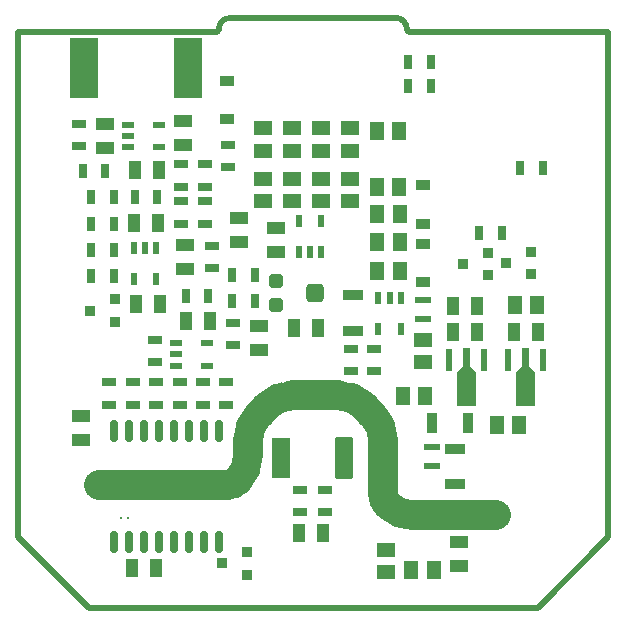
<source format=gtp>
G04*
G04 #@! TF.GenerationSoftware,Altium Limited,CircuitStudio,1.5.2 (1.5.2.30)*
G04*
G04 Layer_Color=7318015*
%FSLAX44Y44*%
%MOMM*%
G71*
G01*
G75*
%ADD10R,0.7000X1.3000*%
G04:AMPARAMS|DCode=11|XSize=0.6mm|YSize=1.9mm|CornerRadius=0.15mm|HoleSize=0mm|Usage=FLASHONLY|Rotation=180.000|XOffset=0mm|YOffset=0mm|HoleType=Round|Shape=RoundedRectangle|*
%AMROUNDEDRECTD11*
21,1,0.6000,1.6000,0,0,180.0*
21,1,0.3000,1.9000,0,0,180.0*
1,1,0.3000,-0.1500,0.8000*
1,1,0.3000,0.1500,0.8000*
1,1,0.3000,0.1500,-0.8000*
1,1,0.3000,-0.1500,-0.8000*
%
%ADD11ROUNDEDRECTD11*%
%ADD12R,2.4130X5.0800*%
%ADD13R,1.0000X1.5240*%
%ADD14R,1.6000X1.3000*%
%ADD15R,1.3000X1.6000*%
%ADD16R,0.2500X0.2500*%
%ADD17R,0.5400X1.8900*%
%ADD18R,1.3000X0.7000*%
%ADD19R,0.6000X1.0000*%
%ADD20R,0.9144X0.8128*%
%ADD21R,0.2540X0.2540*%
%ADD22R,1.5240X1.0000*%
%ADD23R,1.0000X0.6000*%
%ADD24R,1.2200X0.9100*%
%ADD25R,1.7020X0.9140*%
%ADD26R,0.9140X1.7020*%
%ADD27R,1.4000X0.6000*%
%ADD28R,1.4500X0.6000*%
G04:AMPARAMS|DCode=29|XSize=1.6mm|YSize=3.5mm|CornerRadius=0.2mm|HoleSize=0mm|Usage=FLASHONLY|Rotation=0.000|XOffset=0mm|YOffset=0mm|HoleType=Round|Shape=RoundedRectangle|*
%AMROUNDEDRECTD29*
21,1,1.6000,3.1000,0,0,0.0*
21,1,1.2000,3.5000,0,0,0.0*
1,1,0.4000,0.6000,-1.5500*
1,1,0.4000,-0.6000,-1.5500*
1,1,0.4000,-0.6000,1.5500*
1,1,0.4000,0.6000,1.5500*
%
%ADD29ROUNDEDRECTD29*%
%ADD30R,1.6000X3.5000*%
G04:AMPARAMS|DCode=31|XSize=1.2mm|YSize=1.2mm|CornerRadius=0.3mm|HoleSize=0mm|Usage=FLASHONLY|Rotation=270.000|XOffset=0mm|YOffset=0mm|HoleType=Round|Shape=RoundedRectangle|*
%AMROUNDEDRECTD31*
21,1,1.2000,0.6000,0,0,270.0*
21,1,0.6000,1.2000,0,0,270.0*
1,1,0.6000,-0.3000,-0.3000*
1,1,0.6000,-0.3000,0.3000*
1,1,0.6000,0.3000,0.3000*
1,1,0.6000,0.3000,-0.3000*
%
%ADD31ROUNDEDRECTD31*%
G04:AMPARAMS|DCode=32|XSize=1.6mm|YSize=1.5mm|CornerRadius=0.375mm|HoleSize=0mm|Usage=FLASHONLY|Rotation=270.000|XOffset=0mm|YOffset=0mm|HoleType=Round|Shape=RoundedRectangle|*
%AMROUNDEDRECTD32*
21,1,1.6000,0.7500,0,0,270.0*
21,1,0.8500,1.5000,0,0,270.0*
1,1,0.7500,-0.3750,-0.4250*
1,1,0.7500,-0.3750,0.4250*
1,1,0.7500,0.3750,0.4250*
1,1,0.7500,0.3750,-0.4250*
%
%ADD32ROUNDEDRECTD32*%
%ADD34C,0.5000*%
%ADD36C,2.5000*%
G36*
X565250Y554750D02*
X570500Y549500D01*
X570500Y521500D01*
X554500D01*
X554500Y549500D01*
X559750Y554750D01*
X559750Y570000D01*
X565250D01*
X565250Y554750D01*
D02*
G37*
G36*
X615250D02*
X620500Y549500D01*
X620500Y521500D01*
X604500D01*
X604500Y549500D01*
X609750Y554750D01*
X609750Y570000D01*
X615250D01*
X615250Y554750D01*
D02*
G37*
D10*
X627000Y722500D02*
D03*
X608000D02*
D03*
X573000Y667500D02*
D03*
X592000D02*
D03*
X300500Y698000D02*
D03*
X281500D02*
D03*
X263500Y631000D02*
D03*
X244500D02*
D03*
X263500Y675667D02*
D03*
X244500D02*
D03*
X263500Y698000D02*
D03*
X244500D02*
D03*
X513000Y812500D02*
D03*
X532000D02*
D03*
X263500Y653333D02*
D03*
X244500D02*
D03*
X237549Y719790D02*
D03*
X256549D02*
D03*
X513000Y792500D02*
D03*
X532000D02*
D03*
X364000Y610000D02*
D03*
X383000D02*
D03*
Y632000D02*
D03*
X364000D02*
D03*
X343500Y614000D02*
D03*
X324500D02*
D03*
D11*
X352700Y500250D02*
D03*
X263800D02*
D03*
X276500D02*
D03*
X289200D02*
D03*
X301900D02*
D03*
X314600D02*
D03*
X327300D02*
D03*
X340000D02*
D03*
X352700Y406250D02*
D03*
X340000D02*
D03*
X327300D02*
D03*
X314600D02*
D03*
X301900D02*
D03*
X289200D02*
D03*
X276500D02*
D03*
X263800D02*
D03*
D12*
X238685Y807000D02*
D03*
X326315D02*
D03*
D13*
X420590Y414000D02*
D03*
X440910D02*
D03*
X622660Y584000D02*
D03*
X602340D02*
D03*
X280840Y676000D02*
D03*
X301160D02*
D03*
X324590Y593000D02*
D03*
X344910D02*
D03*
X571410Y584000D02*
D03*
X551090D02*
D03*
X571160Y606250D02*
D03*
X550840D02*
D03*
X299160Y383840D02*
D03*
X278840D02*
D03*
X281270Y720730D02*
D03*
X301590D02*
D03*
X282840Y607500D02*
D03*
X303160D02*
D03*
X416340Y587500D02*
D03*
X436660D02*
D03*
D14*
X439020Y737210D02*
D03*
Y756210D02*
D03*
X463597Y737210D02*
D03*
Y756210D02*
D03*
X414443Y737210D02*
D03*
Y756210D02*
D03*
X389867Y737210D02*
D03*
Y756210D02*
D03*
X439020Y713710D02*
D03*
Y694710D02*
D03*
X463597Y713710D02*
D03*
Y694710D02*
D03*
X414443Y713710D02*
D03*
Y694710D02*
D03*
X389867Y713710D02*
D03*
Y694710D02*
D03*
X525250Y577150D02*
D03*
Y558150D02*
D03*
X494000Y380500D02*
D03*
Y399500D02*
D03*
D15*
X607000Y505000D02*
D03*
X588000D02*
D03*
X603000Y606410D02*
D03*
X622000D02*
D03*
X486500Y754250D02*
D03*
X505500D02*
D03*
X505250Y707000D02*
D03*
X486250D02*
D03*
X505750Y635900D02*
D03*
X486750D02*
D03*
X505750Y659950D02*
D03*
X486750D02*
D03*
X534500Y382000D02*
D03*
X515500D02*
D03*
X527250Y530000D02*
D03*
X508250D02*
D03*
X505750Y684000D02*
D03*
X486750D02*
D03*
D16*
X612500Y529500D02*
D03*
X562500D02*
D03*
D17*
X597500Y560500D02*
D03*
X627500D02*
D03*
X547500D02*
D03*
X577500D02*
D03*
D18*
X359000Y541250D02*
D03*
Y522250D02*
D03*
X260000Y541250D02*
D03*
Y522250D02*
D03*
X339200Y541250D02*
D03*
Y522250D02*
D03*
X279800Y541250D02*
D03*
Y522250D02*
D03*
X484249Y569500D02*
D03*
Y550500D02*
D03*
X464250Y569500D02*
D03*
Y550500D02*
D03*
X299000Y577500D02*
D03*
Y558500D02*
D03*
X442500Y431500D02*
D03*
Y450500D02*
D03*
X321000Y675500D02*
D03*
Y694500D02*
D03*
X319400Y541250D02*
D03*
Y522250D02*
D03*
X321000Y726000D02*
D03*
Y707000D02*
D03*
X341000Y726000D02*
D03*
Y707000D02*
D03*
X365000Y591500D02*
D03*
Y572500D02*
D03*
X299600Y541250D02*
D03*
Y522250D02*
D03*
X421500Y431500D02*
D03*
Y450500D02*
D03*
X360000Y723598D02*
D03*
Y742598D02*
D03*
X341000Y675500D02*
D03*
Y694500D02*
D03*
X234250Y760250D02*
D03*
Y741250D02*
D03*
X347000Y657000D02*
D03*
Y638000D02*
D03*
D19*
X299499Y655002D02*
D03*
X290000D02*
D03*
X280500D02*
D03*
Y628998D02*
D03*
X299499D02*
D03*
X506749Y612652D02*
D03*
X497250D02*
D03*
X487750D02*
D03*
Y586648D02*
D03*
X506749D02*
D03*
X420500Y678002D02*
D03*
X439499D02*
D03*
Y651998D02*
D03*
X430000D02*
D03*
X420500D02*
D03*
D20*
X355412Y387924D02*
D03*
X376588Y397576D02*
D03*
Y378424D02*
D03*
X595928Y642331D02*
D03*
X617104Y651983D02*
D03*
Y632831D02*
D03*
X243412Y601924D02*
D03*
X264588Y611576D02*
D03*
Y592424D02*
D03*
X580354Y631831D02*
D03*
Y650983D02*
D03*
X559178Y641331D02*
D03*
D21*
X276000Y426250D02*
D03*
X270000D02*
D03*
D22*
X387000Y589160D02*
D03*
Y568840D02*
D03*
X556000Y406160D02*
D03*
Y385840D02*
D03*
X256500Y760160D02*
D03*
Y739840D02*
D03*
X235750Y492590D02*
D03*
Y512910D02*
D03*
X322500Y741840D02*
D03*
Y762160D02*
D03*
X401000Y651840D02*
D03*
Y672160D02*
D03*
X324000Y657160D02*
D03*
Y636840D02*
D03*
X369500Y659840D02*
D03*
Y680160D02*
D03*
D23*
X275748Y759500D02*
D03*
Y750000D02*
D03*
Y740500D02*
D03*
X301752D02*
D03*
Y759500D02*
D03*
X316747Y574500D02*
D03*
Y565000D02*
D03*
Y555500D02*
D03*
X342752D02*
D03*
Y574500D02*
D03*
D24*
X525500Y658600D02*
D03*
Y625900D02*
D03*
X525500Y675650D02*
D03*
Y708350D02*
D03*
X359500Y763900D02*
D03*
Y796600D02*
D03*
D25*
X552750Y485220D02*
D03*
Y454780D02*
D03*
X466250Y614870D02*
D03*
Y584430D02*
D03*
D26*
X563970Y506500D02*
D03*
X533530D02*
D03*
D27*
X533000Y470500D02*
D03*
X525250Y610650D02*
D03*
D28*
X533000Y486500D02*
D03*
X525250Y594650D02*
D03*
D29*
X459000Y477500D02*
D03*
D30*
X405000D02*
D03*
D31*
X401000Y627000D02*
D03*
Y607000D02*
D03*
D32*
X434000Y617000D02*
D03*
D34*
X350049Y837549D02*
G03*
X352549Y840049I0J2500D01*
G01*
X362549Y850049D02*
G03*
X352549Y840049I0J-10000D01*
G01*
X512000D02*
G03*
X514500Y837549I2500J0D01*
G01*
X512000Y840049D02*
G03*
X502000Y850049I-10000J0D01*
G01*
X362549D02*
X502000D01*
X667500Y837549D02*
X682500D01*
X514500D02*
X667500D01*
X182500Y837500D02*
X350049D01*
X682500Y410000D02*
Y837549D01*
X622600Y350100D02*
X682500Y410000D01*
X182500D02*
Y837500D01*
X242400Y350100D02*
X622600D01*
X182500Y410000D02*
X242400Y350100D01*
D36*
X359439Y454150D02*
G03*
X368420Y457870I0J12700D01*
G01*
D02*
G03*
X377400Y479550I-21680J21680D01*
G01*
X386380Y513930D02*
G03*
X377400Y492250I21680J-21680D01*
G01*
X415500Y530350D02*
G03*
X393820Y521370I0J-30661D01*
G01*
X475280D02*
G03*
X453600Y530350I-21680J-21680D01*
G01*
X491700Y492250D02*
G03*
X482720Y513930I-30661J0D01*
G01*
X491700Y446711D02*
G03*
X495420Y437730I12700J0D01*
G01*
D02*
G03*
X517100Y428750I21680J21680D01*
G01*
X251000Y454150D02*
X359439D01*
X377400Y479550D02*
Y492250D01*
X386380Y513930D02*
X393820Y521370D01*
X415500Y530350D02*
X453600D01*
X475280Y521370D02*
X482720Y513930D01*
X491700Y446711D02*
Y492250D01*
X517100Y428750D02*
X587250D01*
M02*

</source>
